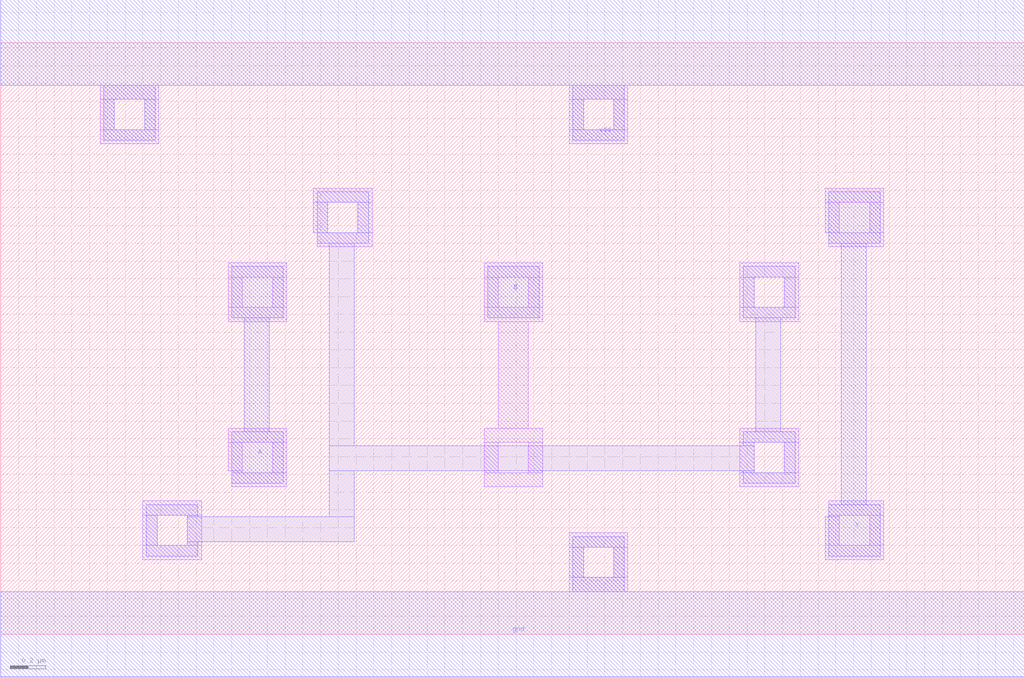
<source format=lef>
VERSION 5.7 ;
  NOWIREEXTENSIONATPIN ON ;
  DIVIDERCHAR "/" ;
  BUSBITCHARS "[]" ;
MACRO AND2X1
  CLASS CORE ;
  FOREIGN AND2X1 ;
  ORIGIN 0.000 0.000 ;
  SIZE 5.760 BY 3.330 ;
  SYMMETRY X Y R90 ;
  SITE unit ;
  PIN vdd
    DIRECTION INOUT ;
    USE POWER ;
    SHAPE ABUTMENT ;
    PORT
      LAYER met1 ;
        RECT 0.000 3.090 5.760 3.570 ;
        RECT 0.580 3.010 0.870 3.090 ;
        RECT 0.580 2.840 0.640 3.010 ;
        RECT 0.810 2.840 0.870 3.010 ;
        RECT 0.580 2.780 0.870 2.840 ;
        RECT 3.220 3.010 3.510 3.090 ;
        RECT 3.220 2.840 3.280 3.010 ;
        RECT 3.450 2.840 3.510 3.010 ;
        RECT 3.220 2.780 3.510 2.840 ;
    END
  END vdd
  PIN gnd
    DIRECTION INOUT ;
    USE GROUND ;
    SHAPE ABUTMENT ;
    PORT
      LAYER met1 ;
        RECT 3.220 0.490 3.510 0.550 ;
        RECT 3.220 0.320 3.280 0.490 ;
        RECT 3.450 0.320 3.510 0.490 ;
        RECT 3.220 0.240 3.510 0.320 ;
        RECT 0.000 -0.240 5.760 0.240 ;
    END
  END gnd
  PIN Y
    DIRECTION INOUT ;
    USE SIGNAL ;
    SHAPE ABUTMENT ;
    PORT
      LAYER met1 ;
        RECT 4.660 2.200 4.950 2.490 ;
        RECT 4.730 0.730 4.870 2.200 ;
        RECT 4.660 0.440 4.950 0.730 ;
    END
  END Y
  PIN A
    DIRECTION INOUT ;
    USE SIGNAL ;
    SHAPE ABUTMENT ;
    PORT
      LAYER met1 ;
        RECT 1.300 1.780 1.590 2.070 ;
        RECT 1.370 1.140 1.510 1.780 ;
        RECT 1.300 0.850 1.590 1.140 ;
    END
  END A
  PIN B
    DIRECTION INOUT ;
    USE SIGNAL ;
    SHAPE ABUTMENT ;
    PORT
      LAYER met1 ;
        RECT 2.740 1.780 3.030 2.070 ;
    END
  END B
  OBS
      LAYER li1 ;
        RECT 0.560 3.010 0.890 3.090 ;
        RECT 0.560 2.840 0.640 3.010 ;
        RECT 0.810 2.840 0.890 3.010 ;
        RECT 0.560 2.760 0.890 2.840 ;
        RECT 3.200 3.010 3.530 3.090 ;
        RECT 3.200 2.840 3.280 3.010 ;
        RECT 3.450 2.840 3.530 3.010 ;
        RECT 3.200 2.760 3.530 2.840 ;
        RECT 1.760 2.430 2.090 2.510 ;
        RECT 1.760 2.260 1.840 2.430 ;
        RECT 2.010 2.260 2.090 2.430 ;
        RECT 4.640 2.430 4.970 2.510 ;
        RECT 4.640 2.260 4.720 2.430 ;
        RECT 4.890 2.260 4.970 2.430 ;
        RECT 1.780 2.180 2.090 2.260 ;
        RECT 4.660 2.180 4.970 2.260 ;
        RECT 1.280 2.010 1.610 2.090 ;
        RECT 1.280 1.840 1.360 2.010 ;
        RECT 1.530 1.840 1.610 2.010 ;
        RECT 1.280 1.760 1.610 1.840 ;
        RECT 2.720 2.010 3.050 2.090 ;
        RECT 2.720 1.840 2.800 2.010 ;
        RECT 2.970 1.840 3.050 2.010 ;
        RECT 2.720 1.760 3.050 1.840 ;
        RECT 4.160 2.010 4.490 2.090 ;
        RECT 4.160 1.840 4.240 2.010 ;
        RECT 4.410 1.840 4.490 2.010 ;
        RECT 4.160 1.760 4.490 1.840 ;
        RECT 2.800 1.160 2.970 1.760 ;
        RECT 1.280 1.080 1.610 1.160 ;
        RECT 1.280 0.920 1.360 1.080 ;
        RECT 1.300 0.910 1.360 0.920 ;
        RECT 1.530 0.910 1.610 1.080 ;
        RECT 1.300 0.830 1.610 0.910 ;
        RECT 2.720 1.080 3.050 1.160 ;
        RECT 2.720 0.910 2.800 1.080 ;
        RECT 2.970 0.910 3.050 1.080 ;
        RECT 2.720 0.830 3.050 0.910 ;
        RECT 4.160 1.080 4.490 1.160 ;
        RECT 4.160 0.910 4.240 1.080 ;
        RECT 4.410 0.910 4.490 1.080 ;
        RECT 4.160 0.830 4.490 0.910 ;
        RECT 0.800 0.670 1.130 0.750 ;
        RECT 0.800 0.500 0.880 0.670 ;
        RECT 1.050 0.500 1.130 0.670 ;
        RECT 4.660 0.670 4.970 0.750 ;
        RECT 4.660 0.660 4.720 0.670 ;
        RECT 0.800 0.420 1.130 0.500 ;
        RECT 3.200 0.490 3.530 0.570 ;
        RECT 3.200 0.320 3.280 0.490 ;
        RECT 3.450 0.320 3.530 0.490 ;
        RECT 4.640 0.500 4.720 0.660 ;
        RECT 4.890 0.500 4.970 0.670 ;
        RECT 4.640 0.420 4.970 0.500 ;
        RECT 3.200 0.240 3.530 0.320 ;
      LAYER met1 ;
        RECT 1.780 2.430 2.070 2.490 ;
        RECT 1.780 2.260 1.840 2.430 ;
        RECT 2.010 2.260 2.070 2.430 ;
        RECT 1.780 2.200 2.070 2.260 ;
        RECT 1.850 1.060 1.990 2.200 ;
        RECT 4.180 2.010 4.470 2.070 ;
        RECT 4.180 1.840 4.240 2.010 ;
        RECT 4.410 1.840 4.470 2.010 ;
        RECT 4.180 1.780 4.470 1.840 ;
        RECT 4.250 1.140 4.390 1.780 ;
        RECT 4.180 1.080 4.470 1.140 ;
        RECT 4.180 1.060 4.240 1.080 ;
        RECT 1.850 0.920 4.240 1.060 ;
        RECT 0.820 0.670 1.110 0.730 ;
        RECT 0.820 0.500 0.880 0.670 ;
        RECT 1.050 0.660 1.110 0.670 ;
        RECT 1.850 0.660 1.990 0.920 ;
        RECT 4.180 0.910 4.240 0.920 ;
        RECT 4.410 0.910 4.470 1.080 ;
        RECT 4.180 0.850 4.470 0.910 ;
        RECT 1.050 0.520 1.990 0.660 ;
        RECT 1.050 0.500 1.110 0.520 ;
        RECT 0.820 0.440 1.110 0.500 ;
  END
END AND2X1
END LIBRARY


</source>
